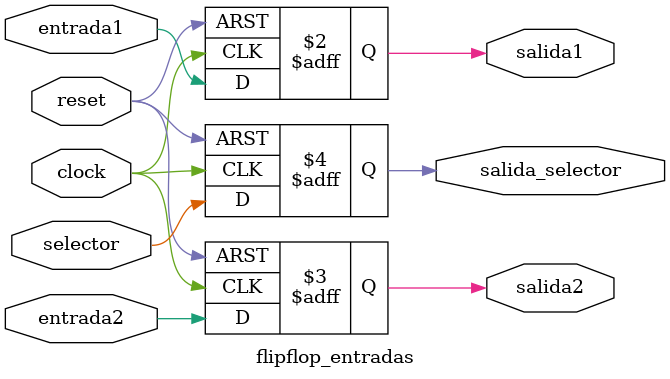
<source format=sv>
module flipflop_entradas( input logic entrada1,  
					  input logic entrada2, 
					  input logic selector, 
					  input logic reset,
					  input logic clock, 
					  output logic salida1,  
					  output logic salida2, 
					  output logic salida_selector);
					  
always @ (posedge clock or posedge reset)	
begin
	if (reset)
		begin
			salida1 = 0;
			salida2 = 0;
			salida_selector = 0;
		end
	else
		begin
			salida1 = entrada1;
			salida2 = entrada2;
			salida_selector = selector;
		end
end
endmodule				  
					  
</source>
